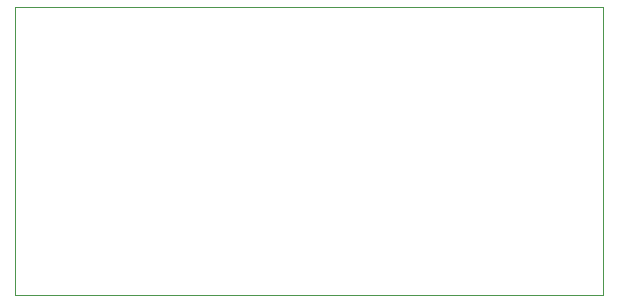
<source format=gbr>
%TF.GenerationSoftware,KiCad,Pcbnew,8.0.8*%
%TF.CreationDate,2025-03-09T17:27:28+01:00*%
%TF.ProjectId,02-dual-high-current-switch,30322d64-7561-46c2-9d68-6967682d6375,rev?*%
%TF.SameCoordinates,Original*%
%TF.FileFunction,Profile,NP*%
%FSLAX46Y46*%
G04 Gerber Fmt 4.6, Leading zero omitted, Abs format (unit mm)*
G04 Created by KiCad (PCBNEW 8.0.8) date 2025-03-09 17:27:28*
%MOMM*%
%LPD*%
G01*
G04 APERTURE LIST*
%TA.AperFunction,Profile*%
%ADD10C,0.050000*%
%TD*%
G04 APERTURE END LIST*
D10*
X165600000Y-139200000D02*
X215400000Y-139200000D01*
X215400000Y-139200000D02*
X215400000Y-114800000D01*
X165600000Y-139200000D02*
X165600000Y-114800000D01*
X165600000Y-114800000D02*
X215400000Y-114800000D01*
M02*

</source>
